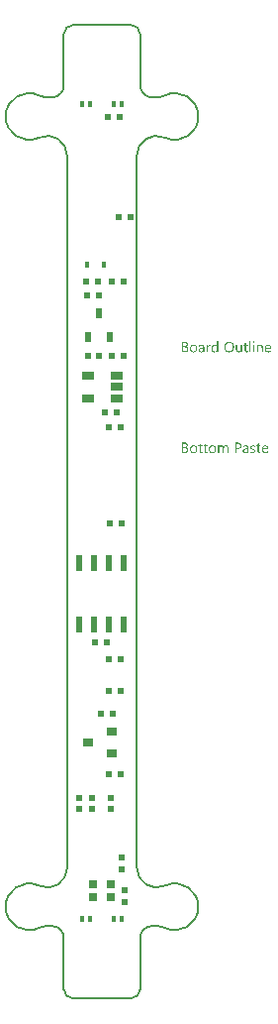
<source format=gbp>
G04*
G04 #@! TF.GenerationSoftware,Altium Limited,Altium Designer,21.8.1 (53)*
G04*
G04 Layer_Color=128*
%FSAX25Y25*%
%MOIN*%
G70*
G04*
G04 #@! TF.SameCoordinates,E3F0FB40-B38B-4DF8-A9CB-3E72E830E8E9*
G04*
G04*
G04 #@! TF.FilePolarity,Positive*
G04*
G01*
G75*
%ADD11C,0.00787*%
%ADD29R,0.01181X0.02165*%
%ADD30R,0.03150X0.02559*%
%ADD32R,0.03543X0.03150*%
%ADD33R,0.02165X0.01968*%
%ADD34R,0.03937X0.02756*%
%ADD35R,0.02362X0.03543*%
%ADD36R,0.01968X0.02165*%
%ADD37R,0.02362X0.05512*%
%ADD38R,0.02165X0.01968*%
%ADD39R,0.01968X0.02165*%
%ADD52R,0.01575X0.02362*%
G36*
X0051178Y0220945D02*
X0051202D01*
X0051258Y0220920D01*
X0051289Y0220901D01*
X0051320Y0220877D01*
X0051326Y0220870D01*
X0051332Y0220864D01*
X0051363Y0220827D01*
X0051388Y0220765D01*
X0051394Y0220728D01*
X0051400Y0220691D01*
Y0220685D01*
Y0220672D01*
X0051394Y0220654D01*
X0051388Y0220629D01*
X0051370Y0220567D01*
X0051345Y0220536D01*
X0051320Y0220505D01*
X0051314D01*
X0051308Y0220493D01*
X0051270Y0220468D01*
X0051215Y0220443D01*
X0051178Y0220437D01*
X0051140Y0220431D01*
X0051122D01*
X0051103Y0220437D01*
X0051078D01*
X0051017Y0220462D01*
X0050986Y0220474D01*
X0050955Y0220499D01*
Y0220505D01*
X0050942Y0220511D01*
X0050930Y0220530D01*
X0050918Y0220548D01*
X0050893Y0220610D01*
X0050887Y0220648D01*
X0050880Y0220691D01*
Y0220697D01*
Y0220709D01*
X0050887Y0220728D01*
X0050893Y0220759D01*
X0050911Y0220815D01*
X0050930Y0220846D01*
X0050955Y0220877D01*
X0050961Y0220883D01*
X0050967Y0220889D01*
X0051004Y0220914D01*
X0051066Y0220938D01*
X0051103Y0220951D01*
X0051159D01*
X0051178Y0220945D01*
D02*
G37*
G36*
X0039187Y0217280D02*
X0038785D01*
Y0217701D01*
X0038773D01*
Y0217695D01*
X0038760Y0217683D01*
X0038742Y0217658D01*
X0038723Y0217627D01*
X0038692Y0217590D01*
X0038655Y0217552D01*
X0038612Y0217509D01*
X0038562Y0217466D01*
X0038507Y0217416D01*
X0038438Y0217373D01*
X0038370Y0217336D01*
X0038290Y0217299D01*
X0038210Y0217268D01*
X0038117Y0217243D01*
X0038018Y0217231D01*
X0037912Y0217224D01*
X0037869D01*
X0037832Y0217231D01*
X0037795Y0217237D01*
X0037745Y0217243D01*
X0037640Y0217268D01*
X0037516Y0217305D01*
X0037392Y0217367D01*
X0037324Y0217404D01*
X0037269Y0217447D01*
X0037207Y0217503D01*
X0037151Y0217559D01*
Y0217565D01*
X0037139Y0217577D01*
X0037126Y0217596D01*
X0037108Y0217621D01*
X0037089Y0217652D01*
X0037064Y0217695D01*
X0037040Y0217744D01*
X0037015Y0217800D01*
X0036984Y0217862D01*
X0036959Y0217930D01*
X0036934Y0218004D01*
X0036916Y0218085D01*
X0036897Y0218172D01*
X0036885Y0218270D01*
X0036879Y0218370D01*
X0036873Y0218475D01*
Y0218481D01*
Y0218499D01*
Y0218537D01*
X0036879Y0218580D01*
X0036885Y0218630D01*
X0036891Y0218691D01*
X0036897Y0218759D01*
X0036910Y0218834D01*
X0036947Y0218995D01*
X0037003Y0219162D01*
X0037040Y0219242D01*
X0037083Y0219323D01*
X0037126Y0219397D01*
X0037182Y0219471D01*
X0037188Y0219478D01*
X0037194Y0219490D01*
X0037213Y0219509D01*
X0037238Y0219533D01*
X0037269Y0219558D01*
X0037312Y0219589D01*
X0037355Y0219626D01*
X0037405Y0219663D01*
X0037529Y0219731D01*
X0037671Y0219793D01*
X0037751Y0219812D01*
X0037838Y0219830D01*
X0037925Y0219843D01*
X0038024Y0219849D01*
X0038073D01*
X0038111Y0219843D01*
X0038148Y0219837D01*
X0038197Y0219830D01*
X0038309Y0219799D01*
X0038432Y0219750D01*
X0038494Y0219719D01*
X0038556Y0219676D01*
X0038618Y0219632D01*
X0038674Y0219577D01*
X0038723Y0219515D01*
X0038773Y0219440D01*
X0038785D01*
Y0221000D01*
X0039187D01*
Y0217280D01*
D02*
G37*
G36*
X0053456Y0219843D02*
X0053530Y0219837D01*
X0053623Y0219818D01*
X0053722Y0219787D01*
X0053827Y0219738D01*
X0053932Y0219670D01*
X0053975Y0219632D01*
X0054019Y0219583D01*
X0054031Y0219570D01*
X0054056Y0219533D01*
X0054087Y0219471D01*
X0054130Y0219385D01*
X0054167Y0219280D01*
X0054204Y0219149D01*
X0054229Y0218995D01*
X0054235Y0218815D01*
Y0217280D01*
X0053833D01*
Y0218710D01*
Y0218716D01*
Y0218747D01*
X0053827Y0218784D01*
Y0218834D01*
X0053815Y0218896D01*
X0053802Y0218964D01*
X0053784Y0219038D01*
X0053759Y0219112D01*
X0053728Y0219187D01*
X0053691Y0219255D01*
X0053641Y0219323D01*
X0053585Y0219385D01*
X0053524Y0219434D01*
X0053443Y0219471D01*
X0053356Y0219502D01*
X0053251Y0219509D01*
X0053239D01*
X0053202Y0219502D01*
X0053146Y0219496D01*
X0053078Y0219478D01*
X0052997Y0219453D01*
X0052911Y0219409D01*
X0052830Y0219354D01*
X0052750Y0219280D01*
X0052744Y0219267D01*
X0052719Y0219242D01*
X0052688Y0219193D01*
X0052651Y0219125D01*
X0052614Y0219044D01*
X0052583Y0218945D01*
X0052558Y0218834D01*
X0052552Y0218710D01*
Y0217280D01*
X0052149D01*
Y0219793D01*
X0052552D01*
Y0219372D01*
X0052564D01*
X0052570Y0219378D01*
X0052577Y0219391D01*
X0052595Y0219416D01*
X0052620Y0219447D01*
X0052645Y0219484D01*
X0052682Y0219521D01*
X0052725Y0219564D01*
X0052775Y0219614D01*
X0052830Y0219657D01*
X0052892Y0219700D01*
X0052960Y0219738D01*
X0053035Y0219775D01*
X0053109Y0219806D01*
X0053196Y0219830D01*
X0053288Y0219843D01*
X0053387Y0219849D01*
X0053425D01*
X0053456Y0219843D01*
D02*
G37*
G36*
X0036458Y0219830D02*
X0036532Y0219824D01*
X0036575Y0219812D01*
X0036606Y0219799D01*
Y0219385D01*
X0036600Y0219391D01*
X0036588Y0219397D01*
X0036563Y0219409D01*
X0036532Y0219428D01*
X0036489Y0219440D01*
X0036433Y0219453D01*
X0036371Y0219459D01*
X0036303Y0219465D01*
X0036291D01*
X0036260Y0219459D01*
X0036210Y0219453D01*
X0036154Y0219434D01*
X0036080Y0219403D01*
X0036012Y0219360D01*
X0035938Y0219298D01*
X0035870Y0219218D01*
X0035864Y0219205D01*
X0035845Y0219174D01*
X0035814Y0219119D01*
X0035783Y0219044D01*
X0035752Y0218951D01*
X0035721Y0218834D01*
X0035703Y0218704D01*
X0035696Y0218555D01*
Y0217280D01*
X0035294D01*
Y0219793D01*
X0035696D01*
Y0219273D01*
X0035709D01*
Y0219280D01*
X0035715Y0219286D01*
X0035727Y0219317D01*
X0035746Y0219366D01*
X0035777Y0219428D01*
X0035808Y0219490D01*
X0035857Y0219558D01*
X0035907Y0219626D01*
X0035969Y0219688D01*
X0035975Y0219694D01*
X0036000Y0219713D01*
X0036037Y0219738D01*
X0036086Y0219762D01*
X0036142Y0219787D01*
X0036210Y0219812D01*
X0036284Y0219830D01*
X0036365Y0219837D01*
X0036421D01*
X0036458Y0219830D01*
D02*
G37*
G36*
X0047197Y0217280D02*
X0046795D01*
Y0217676D01*
X0046783D01*
Y0217670D01*
X0046770Y0217658D01*
X0046758Y0217633D01*
X0046733Y0217608D01*
X0046677Y0217534D01*
X0046591Y0217453D01*
X0046541Y0217410D01*
X0046486Y0217367D01*
X0046424Y0217330D01*
X0046349Y0217292D01*
X0046275Y0217268D01*
X0046195Y0217243D01*
X0046102Y0217231D01*
X0046009Y0217224D01*
X0045972D01*
X0045928Y0217231D01*
X0045867Y0217243D01*
X0045799Y0217255D01*
X0045724Y0217280D01*
X0045644Y0217311D01*
X0045563Y0217361D01*
X0045477Y0217416D01*
X0045396Y0217484D01*
X0045322Y0217571D01*
X0045254Y0217676D01*
X0045192Y0217794D01*
X0045149Y0217936D01*
X0045124Y0218103D01*
X0045111Y0218190D01*
Y0218289D01*
Y0219793D01*
X0045507D01*
Y0218351D01*
Y0218345D01*
Y0218320D01*
X0045514Y0218277D01*
X0045520Y0218227D01*
X0045526Y0218165D01*
X0045538Y0218103D01*
X0045557Y0218029D01*
X0045582Y0217955D01*
X0045619Y0217881D01*
X0045656Y0217812D01*
X0045706Y0217744D01*
X0045768Y0217683D01*
X0045836Y0217633D01*
X0045916Y0217596D01*
X0046015Y0217565D01*
X0046120Y0217559D01*
X0046133D01*
X0046170Y0217565D01*
X0046226Y0217571D01*
X0046288Y0217583D01*
X0046368Y0217614D01*
X0046448Y0217652D01*
X0046529Y0217701D01*
X0046603Y0217775D01*
X0046609Y0217788D01*
X0046634Y0217812D01*
X0046665Y0217862D01*
X0046702Y0217930D01*
X0046733Y0218010D01*
X0046764Y0218110D01*
X0046789Y0218221D01*
X0046795Y0218345D01*
Y0219793D01*
X0047197D01*
Y0217280D01*
D02*
G37*
G36*
X0051332D02*
X0050930D01*
Y0219793D01*
X0051332D01*
Y0217280D01*
D02*
G37*
G36*
X0050113D02*
X0049711D01*
Y0221000D01*
X0050113D01*
Y0217280D01*
D02*
G37*
G36*
X0033734Y0219843D02*
X0033790Y0219837D01*
X0033858Y0219818D01*
X0033932Y0219799D01*
X0034013Y0219769D01*
X0034099Y0219731D01*
X0034180Y0219682D01*
X0034260Y0219620D01*
X0034335Y0219546D01*
X0034403Y0219453D01*
X0034458Y0219348D01*
X0034502Y0219224D01*
X0034527Y0219081D01*
X0034539Y0218914D01*
Y0217280D01*
X0034137D01*
Y0217670D01*
X0034124D01*
Y0217664D01*
X0034112Y0217652D01*
X0034099Y0217627D01*
X0034075Y0217602D01*
X0034013Y0217528D01*
X0033932Y0217447D01*
X0033821Y0217367D01*
X0033691Y0217292D01*
X0033610Y0217268D01*
X0033530Y0217243D01*
X0033443Y0217231D01*
X0033350Y0217224D01*
X0033313D01*
X0033288Y0217231D01*
X0033220Y0217237D01*
X0033140Y0217249D01*
X0033041Y0217274D01*
X0032948Y0217305D01*
X0032849Y0217354D01*
X0032762Y0217416D01*
X0032756Y0217429D01*
X0032731Y0217453D01*
X0032694Y0217497D01*
X0032657Y0217559D01*
X0032620Y0217633D01*
X0032583Y0217720D01*
X0032558Y0217825D01*
X0032552Y0217943D01*
Y0217949D01*
Y0217973D01*
X0032558Y0218010D01*
X0032564Y0218054D01*
X0032577Y0218110D01*
X0032595Y0218172D01*
X0032620Y0218240D01*
X0032657Y0218308D01*
X0032700Y0218382D01*
X0032756Y0218456D01*
X0032824Y0218524D01*
X0032905Y0218586D01*
X0032998Y0218648D01*
X0033109Y0218698D01*
X0033233Y0218735D01*
X0033381Y0218766D01*
X0034137Y0218871D01*
Y0218877D01*
Y0218896D01*
X0034130Y0218933D01*
Y0218970D01*
X0034118Y0219020D01*
X0034112Y0219075D01*
X0034075Y0219193D01*
X0034044Y0219249D01*
X0034013Y0219304D01*
X0033969Y0219360D01*
X0033920Y0219409D01*
X0033858Y0219453D01*
X0033790Y0219484D01*
X0033709Y0219502D01*
X0033617Y0219509D01*
X0033573D01*
X0033542Y0219502D01*
X0033499D01*
X0033456Y0219490D01*
X0033344Y0219471D01*
X0033220Y0219434D01*
X0033084Y0219378D01*
X0033010Y0219341D01*
X0032942Y0219304D01*
X0032868Y0219255D01*
X0032800Y0219199D01*
Y0219614D01*
X0032806D01*
X0032818Y0219626D01*
X0032837Y0219638D01*
X0032868Y0219651D01*
X0032899Y0219670D01*
X0032942Y0219688D01*
X0032991Y0219707D01*
X0033047Y0219731D01*
X0033171Y0219775D01*
X0033319Y0219812D01*
X0033480Y0219837D01*
X0033654Y0219849D01*
X0033691D01*
X0033734Y0219843D01*
D02*
G37*
G36*
X0028045Y0220790D02*
X0028089D01*
X0028132Y0220784D01*
X0028231Y0220771D01*
X0028349Y0220740D01*
X0028473Y0220703D01*
X0028590Y0220648D01*
X0028695Y0220573D01*
X0028702D01*
X0028708Y0220561D01*
X0028739Y0220536D01*
X0028782Y0220486D01*
X0028832Y0220418D01*
X0028875Y0220332D01*
X0028918Y0220233D01*
X0028949Y0220121D01*
X0028962Y0220059D01*
Y0219991D01*
Y0219985D01*
Y0219979D01*
Y0219942D01*
X0028956Y0219886D01*
X0028943Y0219818D01*
X0028925Y0219731D01*
X0028894Y0219645D01*
X0028856Y0219558D01*
X0028801Y0219471D01*
X0028795Y0219459D01*
X0028770Y0219434D01*
X0028733Y0219397D01*
X0028683Y0219348D01*
X0028621Y0219298D01*
X0028547Y0219242D01*
X0028454Y0219199D01*
X0028355Y0219156D01*
Y0219149D01*
X0028374D01*
X0028392Y0219143D01*
X0028411Y0219137D01*
X0028479Y0219125D01*
X0028559Y0219100D01*
X0028646Y0219063D01*
X0028739Y0219020D01*
X0028832Y0218958D01*
X0028918Y0218877D01*
X0028931Y0218865D01*
X0028956Y0218834D01*
X0028986Y0218791D01*
X0029030Y0218722D01*
X0029067Y0218636D01*
X0029104Y0218537D01*
X0029129Y0218419D01*
X0029135Y0218289D01*
Y0218283D01*
Y0218270D01*
Y0218246D01*
X0029129Y0218215D01*
X0029123Y0218178D01*
X0029116Y0218134D01*
X0029092Y0218029D01*
X0029054Y0217912D01*
X0028999Y0217788D01*
X0028962Y0217732D01*
X0028918Y0217670D01*
X0028863Y0217614D01*
X0028807Y0217559D01*
X0028801D01*
X0028795Y0217546D01*
X0028776Y0217534D01*
X0028751Y0217515D01*
X0028720Y0217497D01*
X0028677Y0217472D01*
X0028584Y0217423D01*
X0028466Y0217367D01*
X0028330Y0217323D01*
X0028169Y0217292D01*
X0028089Y0217286D01*
X0027996Y0217280D01*
X0026969D01*
Y0220796D01*
X0028015D01*
X0028045Y0220790D01*
D02*
G37*
G36*
X0048541Y0219793D02*
X0049178D01*
Y0219447D01*
X0048541D01*
Y0218029D01*
Y0218017D01*
Y0217986D01*
X0048547Y0217943D01*
X0048553Y0217887D01*
X0048578Y0217769D01*
X0048596Y0217713D01*
X0048627Y0217670D01*
X0048634Y0217664D01*
X0048646Y0217652D01*
X0048664Y0217639D01*
X0048695Y0217621D01*
X0048733Y0217596D01*
X0048782Y0217583D01*
X0048844Y0217571D01*
X0048912Y0217565D01*
X0048937D01*
X0048968Y0217571D01*
X0049005Y0217577D01*
X0049092Y0217602D01*
X0049135Y0217621D01*
X0049178Y0217645D01*
Y0217299D01*
X0049172D01*
X0049153Y0217286D01*
X0049123Y0217280D01*
X0049079Y0217268D01*
X0049024Y0217255D01*
X0048961Y0217243D01*
X0048887Y0217237D01*
X0048801Y0217231D01*
X0048770D01*
X0048739Y0217237D01*
X0048695Y0217243D01*
X0048646Y0217255D01*
X0048590Y0217268D01*
X0048534Y0217292D01*
X0048472Y0217323D01*
X0048411Y0217361D01*
X0048349Y0217410D01*
X0048293Y0217466D01*
X0048243Y0217540D01*
X0048200Y0217621D01*
X0048169Y0217720D01*
X0048145Y0217831D01*
X0048138Y0217961D01*
Y0219447D01*
X0047711D01*
Y0219793D01*
X0048138D01*
Y0220406D01*
X0048541Y0220536D01*
Y0219793D01*
D02*
G37*
G36*
X0056068Y0219843D02*
X0056111Y0219837D01*
X0056154Y0219830D01*
X0056266Y0219812D01*
X0056389Y0219769D01*
X0056513Y0219713D01*
X0056575Y0219676D01*
X0056637Y0219632D01*
X0056693Y0219583D01*
X0056749Y0219527D01*
X0056755Y0219521D01*
X0056761Y0219515D01*
X0056773Y0219496D01*
X0056792Y0219471D01*
X0056810Y0219434D01*
X0056835Y0219397D01*
X0056860Y0219354D01*
X0056885Y0219298D01*
X0056910Y0219236D01*
X0056934Y0219174D01*
X0056959Y0219100D01*
X0056978Y0219020D01*
X0056996Y0218933D01*
X0057009Y0218846D01*
X0057021Y0218747D01*
Y0218642D01*
Y0218431D01*
X0055244D01*
Y0218425D01*
Y0218413D01*
Y0218394D01*
X0055251Y0218363D01*
X0055257Y0218326D01*
Y0218289D01*
X0055275Y0218190D01*
X0055306Y0218091D01*
X0055343Y0217980D01*
X0055399Y0217874D01*
X0055467Y0217781D01*
X0055480Y0217769D01*
X0055504Y0217744D01*
X0055554Y0217713D01*
X0055622Y0217670D01*
X0055709Y0217627D01*
X0055808Y0217596D01*
X0055925Y0217571D01*
X0056062Y0217559D01*
X0056105D01*
X0056136Y0217565D01*
X0056173D01*
X0056216Y0217571D01*
X0056322Y0217596D01*
X0056439Y0217627D01*
X0056569Y0217676D01*
X0056705Y0217744D01*
X0056773Y0217788D01*
X0056841Y0217837D01*
Y0217460D01*
X0056835D01*
X0056829Y0217447D01*
X0056810Y0217441D01*
X0056779Y0217423D01*
X0056749Y0217404D01*
X0056711Y0217385D01*
X0056662Y0217367D01*
X0056612Y0217342D01*
X0056551Y0217317D01*
X0056482Y0217299D01*
X0056334Y0217262D01*
X0056160Y0217237D01*
X0055969Y0217224D01*
X0055919D01*
X0055882Y0217231D01*
X0055839Y0217237D01*
X0055783Y0217243D01*
X0055665Y0217268D01*
X0055529Y0217305D01*
X0055393Y0217367D01*
X0055325Y0217410D01*
X0055257Y0217453D01*
X0055195Y0217503D01*
X0055133Y0217565D01*
X0055127Y0217571D01*
X0055121Y0217583D01*
X0055108Y0217602D01*
X0055084Y0217627D01*
X0055065Y0217664D01*
X0055040Y0217707D01*
X0055009Y0217757D01*
X0054984Y0217812D01*
X0054953Y0217874D01*
X0054929Y0217949D01*
X0054898Y0218029D01*
X0054879Y0218116D01*
X0054861Y0218209D01*
X0054842Y0218308D01*
X0054836Y0218413D01*
X0054830Y0218524D01*
Y0218531D01*
Y0218549D01*
Y0218580D01*
X0054836Y0218623D01*
X0054842Y0218673D01*
X0054848Y0218729D01*
X0054854Y0218797D01*
X0054873Y0218865D01*
X0054910Y0219013D01*
X0054966Y0219174D01*
X0055003Y0219255D01*
X0055053Y0219329D01*
X0055102Y0219409D01*
X0055158Y0219478D01*
X0055164Y0219484D01*
X0055176Y0219496D01*
X0055195Y0219515D01*
X0055220Y0219533D01*
X0055251Y0219564D01*
X0055288Y0219595D01*
X0055337Y0219626D01*
X0055387Y0219663D01*
X0055504Y0219731D01*
X0055647Y0219793D01*
X0055727Y0219812D01*
X0055808Y0219830D01*
X0055894Y0219843D01*
X0055987Y0219849D01*
X0056037D01*
X0056068Y0219843D01*
D02*
G37*
G36*
X0043025Y0220852D02*
X0043087Y0220846D01*
X0043161Y0220833D01*
X0043242Y0220815D01*
X0043329Y0220796D01*
X0043415Y0220771D01*
X0043514Y0220740D01*
X0043607Y0220697D01*
X0043706Y0220648D01*
X0043805Y0220592D01*
X0043898Y0220524D01*
X0043991Y0220449D01*
X0044078Y0220363D01*
X0044084Y0220357D01*
X0044096Y0220338D01*
X0044121Y0220313D01*
X0044146Y0220276D01*
X0044183Y0220227D01*
X0044220Y0220165D01*
X0044257Y0220097D01*
X0044300Y0220022D01*
X0044344Y0219929D01*
X0044381Y0219837D01*
X0044418Y0219731D01*
X0044455Y0219614D01*
X0044480Y0219496D01*
X0044505Y0219366D01*
X0044517Y0219224D01*
X0044523Y0219081D01*
Y0219069D01*
Y0219044D01*
Y0219001D01*
X0044517Y0218939D01*
X0044511Y0218865D01*
X0044499Y0218784D01*
X0044486Y0218691D01*
X0044468Y0218586D01*
X0044443Y0218481D01*
X0044412Y0218370D01*
X0044375Y0218258D01*
X0044331Y0218147D01*
X0044276Y0218029D01*
X0044214Y0217924D01*
X0044146Y0217819D01*
X0044065Y0217720D01*
X0044059Y0217713D01*
X0044047Y0217701D01*
X0044016Y0217676D01*
X0043985Y0217645D01*
X0043935Y0217602D01*
X0043880Y0217565D01*
X0043818Y0217515D01*
X0043743Y0217472D01*
X0043663Y0217429D01*
X0043570Y0217379D01*
X0043471Y0217342D01*
X0043360Y0217305D01*
X0043242Y0217268D01*
X0043118Y0217243D01*
X0042988Y0217231D01*
X0042846Y0217224D01*
X0042815D01*
X0042772Y0217231D01*
X0042722D01*
X0042660Y0217237D01*
X0042586Y0217249D01*
X0042505Y0217268D01*
X0042412Y0217286D01*
X0042320Y0217311D01*
X0042221Y0217342D01*
X0042122Y0217385D01*
X0042023Y0217429D01*
X0041923Y0217484D01*
X0041824Y0217552D01*
X0041732Y0217627D01*
X0041645Y0217713D01*
X0041639Y0217720D01*
X0041626Y0217738D01*
X0041602Y0217763D01*
X0041577Y0217800D01*
X0041540Y0217850D01*
X0041503Y0217912D01*
X0041465Y0217980D01*
X0041422Y0218060D01*
X0041379Y0218147D01*
X0041342Y0218240D01*
X0041304Y0218345D01*
X0041267Y0218462D01*
X0041243Y0218580D01*
X0041218Y0218710D01*
X0041205Y0218852D01*
X0041199Y0218995D01*
Y0219007D01*
Y0219032D01*
X0041205Y0219075D01*
Y0219137D01*
X0041212Y0219205D01*
X0041224Y0219292D01*
X0041236Y0219385D01*
X0041255Y0219484D01*
X0041280Y0219589D01*
X0041311Y0219700D01*
X0041348Y0219812D01*
X0041391Y0219923D01*
X0041447Y0220035D01*
X0041509Y0220146D01*
X0041577Y0220251D01*
X0041657Y0220350D01*
X0041664Y0220357D01*
X0041676Y0220375D01*
X0041707Y0220400D01*
X0041744Y0220431D01*
X0041787Y0220468D01*
X0041843Y0220511D01*
X0041911Y0220555D01*
X0041985Y0220604D01*
X0042072Y0220654D01*
X0042165Y0220697D01*
X0042264Y0220740D01*
X0042375Y0220778D01*
X0042499Y0220808D01*
X0042629Y0220839D01*
X0042765Y0220852D01*
X0042908Y0220858D01*
X0042976D01*
X0043025Y0220852D01*
D02*
G37*
G36*
X0030998Y0219843D02*
X0031041Y0219837D01*
X0031097Y0219830D01*
X0031221Y0219806D01*
X0031363Y0219762D01*
X0031506Y0219700D01*
X0031580Y0219663D01*
X0031648Y0219620D01*
X0031716Y0219564D01*
X0031778Y0219502D01*
X0031784Y0219496D01*
X0031791Y0219484D01*
X0031809Y0219465D01*
X0031828Y0219440D01*
X0031852Y0219403D01*
X0031877Y0219360D01*
X0031908Y0219310D01*
X0031939Y0219255D01*
X0031964Y0219187D01*
X0031995Y0219119D01*
X0032019Y0219038D01*
X0032044Y0218951D01*
X0032063Y0218859D01*
X0032081Y0218759D01*
X0032088Y0218654D01*
X0032094Y0218543D01*
Y0218537D01*
Y0218518D01*
Y0218487D01*
X0032088Y0218444D01*
X0032081Y0218394D01*
X0032075Y0218332D01*
X0032063Y0218270D01*
X0032050Y0218196D01*
X0032013Y0218048D01*
X0031951Y0217887D01*
X0031914Y0217806D01*
X0031865Y0217726D01*
X0031815Y0217652D01*
X0031753Y0217583D01*
X0031747Y0217577D01*
X0031735Y0217571D01*
X0031716Y0217552D01*
X0031691Y0217528D01*
X0031654Y0217503D01*
X0031617Y0217472D01*
X0031568Y0217435D01*
X0031512Y0217404D01*
X0031450Y0217373D01*
X0031382Y0217336D01*
X0031308Y0217305D01*
X0031227Y0217280D01*
X0031141Y0217255D01*
X0031048Y0217243D01*
X0030949Y0217231D01*
X0030843Y0217224D01*
X0030788D01*
X0030751Y0217231D01*
X0030707Y0217237D01*
X0030652Y0217243D01*
X0030590Y0217255D01*
X0030522Y0217268D01*
X0030379Y0217311D01*
X0030231Y0217373D01*
X0030156Y0217410D01*
X0030088Y0217460D01*
X0030020Y0217509D01*
X0029952Y0217571D01*
X0029946Y0217577D01*
X0029940Y0217590D01*
X0029921Y0217608D01*
X0029902Y0217633D01*
X0029878Y0217670D01*
X0029847Y0217713D01*
X0029816Y0217763D01*
X0029791Y0217819D01*
X0029760Y0217887D01*
X0029729Y0217955D01*
X0029698Y0218029D01*
X0029673Y0218116D01*
X0029636Y0218302D01*
X0029630Y0218401D01*
X0029624Y0218506D01*
Y0218512D01*
Y0218537D01*
Y0218568D01*
X0029630Y0218611D01*
X0029636Y0218660D01*
X0029643Y0218722D01*
X0029655Y0218791D01*
X0029667Y0218865D01*
X0029704Y0219026D01*
X0029766Y0219187D01*
X0029810Y0219267D01*
X0029853Y0219348D01*
X0029902Y0219422D01*
X0029964Y0219490D01*
X0029971Y0219496D01*
X0029983Y0219509D01*
X0030002Y0219521D01*
X0030026Y0219546D01*
X0030064Y0219570D01*
X0030107Y0219601D01*
X0030156Y0219638D01*
X0030212Y0219670D01*
X0030274Y0219700D01*
X0030348Y0219738D01*
X0030422Y0219769D01*
X0030509Y0219793D01*
X0030596Y0219818D01*
X0030695Y0219837D01*
X0030800Y0219843D01*
X0030905Y0219849D01*
X0030961D01*
X0030998Y0219843D01*
D02*
G37*
G36*
X0051097Y0185985D02*
X0051178Y0185978D01*
X0051264Y0185966D01*
X0051363Y0185941D01*
X0051462Y0185916D01*
X0051561Y0185879D01*
Y0185471D01*
X0051549Y0185477D01*
X0051512Y0185502D01*
X0051456Y0185526D01*
X0051382Y0185564D01*
X0051289Y0185594D01*
X0051178Y0185626D01*
X0051054Y0185644D01*
X0050924Y0185650D01*
X0050856D01*
X0050794Y0185638D01*
X0050719Y0185626D01*
X0050713D01*
X0050707Y0185619D01*
X0050670Y0185607D01*
X0050621Y0185582D01*
X0050565Y0185551D01*
X0050552Y0185545D01*
X0050528Y0185520D01*
X0050497Y0185483D01*
X0050466Y0185440D01*
X0050459Y0185427D01*
X0050447Y0185397D01*
X0050435Y0185353D01*
X0050429Y0185297D01*
Y0185291D01*
Y0185279D01*
Y0185260D01*
X0050435Y0185242D01*
X0050447Y0185186D01*
X0050466Y0185130D01*
X0050472Y0185118D01*
X0050490Y0185093D01*
X0050528Y0185056D01*
X0050571Y0185013D01*
X0050577D01*
X0050583Y0185006D01*
X0050621Y0184982D01*
X0050670Y0184951D01*
X0050738Y0184920D01*
X0050744D01*
X0050757Y0184914D01*
X0050775Y0184907D01*
X0050806Y0184895D01*
X0050874Y0184870D01*
X0050961Y0184833D01*
X0050967D01*
X0050992Y0184821D01*
X0051023Y0184808D01*
X0051060Y0184796D01*
X0051159Y0184753D01*
X0051258Y0184703D01*
X0051264D01*
X0051283Y0184691D01*
X0051308Y0184678D01*
X0051338Y0184660D01*
X0051413Y0184610D01*
X0051487Y0184548D01*
X0051493Y0184542D01*
X0051506Y0184536D01*
X0051518Y0184518D01*
X0051543Y0184493D01*
X0051586Y0184431D01*
X0051629Y0184350D01*
Y0184344D01*
X0051636Y0184332D01*
X0051648Y0184307D01*
X0051654Y0184276D01*
X0051667Y0184239D01*
X0051673Y0184196D01*
X0051679Y0184090D01*
Y0184084D01*
Y0184059D01*
X0051673Y0184022D01*
X0051667Y0183979D01*
X0051660Y0183929D01*
X0051642Y0183874D01*
X0051623Y0183824D01*
X0051592Y0183768D01*
X0051586Y0183762D01*
X0051580Y0183744D01*
X0051561Y0183719D01*
X0051537Y0183688D01*
X0051506Y0183651D01*
X0051468Y0183614D01*
X0051376Y0183539D01*
X0051370Y0183533D01*
X0051351Y0183527D01*
X0051326Y0183509D01*
X0051283Y0183490D01*
X0051240Y0183465D01*
X0051184Y0183447D01*
X0051128Y0183428D01*
X0051060Y0183410D01*
X0051054D01*
X0051029Y0183403D01*
X0050992Y0183397D01*
X0050949Y0183391D01*
X0050887Y0183379D01*
X0050825Y0183372D01*
X0050682Y0183366D01*
X0050621D01*
X0050546Y0183372D01*
X0050453Y0183385D01*
X0050348Y0183403D01*
X0050237Y0183428D01*
X0050125Y0183459D01*
X0050014Y0183509D01*
Y0183942D01*
X0050020D01*
X0050026Y0183929D01*
X0050045Y0183917D01*
X0050070Y0183905D01*
X0050138Y0183868D01*
X0050230Y0183824D01*
X0050336Y0183775D01*
X0050459Y0183738D01*
X0050596Y0183713D01*
X0050738Y0183700D01*
X0050788D01*
X0050819Y0183707D01*
X0050905Y0183719D01*
X0051004Y0183744D01*
X0051097Y0183787D01*
X0051140Y0183818D01*
X0051184Y0183849D01*
X0051215Y0183892D01*
X0051240Y0183936D01*
X0051258Y0183991D01*
X0051264Y0184053D01*
Y0184059D01*
Y0184072D01*
Y0184090D01*
X0051258Y0184109D01*
X0051246Y0184165D01*
X0051221Y0184220D01*
Y0184227D01*
X0051215Y0184233D01*
X0051190Y0184264D01*
X0051153Y0184307D01*
X0051097Y0184344D01*
X0051091D01*
X0051085Y0184356D01*
X0051048Y0184375D01*
X0050992Y0184412D01*
X0050918Y0184443D01*
X0050911D01*
X0050899Y0184449D01*
X0050880Y0184462D01*
X0050849Y0184474D01*
X0050781Y0184499D01*
X0050695Y0184536D01*
X0050689D01*
X0050664Y0184548D01*
X0050633Y0184561D01*
X0050596Y0184573D01*
X0050497Y0184616D01*
X0050398Y0184666D01*
X0050391Y0184672D01*
X0050379Y0184678D01*
X0050354Y0184691D01*
X0050323Y0184709D01*
X0050255Y0184759D01*
X0050187Y0184815D01*
X0050181Y0184821D01*
X0050175Y0184827D01*
X0050156Y0184846D01*
X0050138Y0184870D01*
X0050094Y0184932D01*
X0050057Y0185006D01*
Y0185013D01*
X0050051Y0185025D01*
X0050045Y0185050D01*
X0050039Y0185081D01*
X0050032Y0185118D01*
X0050026Y0185161D01*
X0050020Y0185266D01*
Y0185273D01*
Y0185297D01*
X0050026Y0185328D01*
X0050032Y0185372D01*
X0050039Y0185421D01*
X0050057Y0185471D01*
X0050076Y0185526D01*
X0050100Y0185576D01*
X0050107Y0185582D01*
X0050113Y0185601D01*
X0050131Y0185626D01*
X0050156Y0185656D01*
X0050224Y0185731D01*
X0050311Y0185805D01*
X0050317Y0185811D01*
X0050336Y0185817D01*
X0050361Y0185836D01*
X0050404Y0185854D01*
X0050447Y0185879D01*
X0050497Y0185904D01*
X0050621Y0185941D01*
X0050627D01*
X0050651Y0185947D01*
X0050682Y0185960D01*
X0050732Y0185966D01*
X0050781Y0185978D01*
X0050843Y0185985D01*
X0050980Y0185991D01*
X0051035D01*
X0051097Y0185985D01*
D02*
G37*
G36*
X0041905D02*
X0041961Y0185972D01*
X0042023Y0185960D01*
X0042091Y0185935D01*
X0042171Y0185904D01*
X0042245Y0185861D01*
X0042326Y0185811D01*
X0042400Y0185743D01*
X0042468Y0185656D01*
X0042530Y0185557D01*
X0042586Y0185446D01*
X0042623Y0185304D01*
X0042654Y0185149D01*
X0042660Y0184969D01*
Y0183422D01*
X0042258D01*
Y0184864D01*
Y0184870D01*
Y0184883D01*
Y0184901D01*
Y0184932D01*
X0042252Y0185006D01*
X0042239Y0185093D01*
X0042227Y0185192D01*
X0042202Y0185291D01*
X0042171Y0185384D01*
X0042128Y0185465D01*
X0042122Y0185471D01*
X0042103Y0185495D01*
X0042072Y0185526D01*
X0042023Y0185557D01*
X0041967Y0185594D01*
X0041893Y0185619D01*
X0041800Y0185644D01*
X0041695Y0185650D01*
X0041682D01*
X0041651Y0185644D01*
X0041602Y0185638D01*
X0041540Y0185619D01*
X0041472Y0185594D01*
X0041397Y0185551D01*
X0041323Y0185495D01*
X0041255Y0185415D01*
X0041249Y0185403D01*
X0041230Y0185372D01*
X0041199Y0185322D01*
X0041168Y0185254D01*
X0041131Y0185174D01*
X0041106Y0185081D01*
X0041082Y0184969D01*
X0041076Y0184852D01*
Y0183422D01*
X0040673D01*
Y0184914D01*
Y0184920D01*
Y0184945D01*
X0040667Y0184982D01*
Y0185031D01*
X0040655Y0185087D01*
X0040642Y0185149D01*
X0040624Y0185211D01*
X0040605Y0185285D01*
X0040574Y0185353D01*
X0040537Y0185415D01*
X0040487Y0185477D01*
X0040432Y0185533D01*
X0040370Y0185582D01*
X0040289Y0185619D01*
X0040203Y0185644D01*
X0040104Y0185650D01*
X0040091D01*
X0040060Y0185644D01*
X0040011Y0185638D01*
X0039949Y0185626D01*
X0039881Y0185594D01*
X0039807Y0185557D01*
X0039732Y0185502D01*
X0039664Y0185427D01*
X0039658Y0185415D01*
X0039639Y0185390D01*
X0039608Y0185341D01*
X0039577Y0185273D01*
X0039547Y0185192D01*
X0039516Y0185093D01*
X0039497Y0184982D01*
X0039491Y0184852D01*
Y0183422D01*
X0039088D01*
Y0185935D01*
X0039491D01*
Y0185533D01*
X0039503D01*
X0039509Y0185539D01*
X0039516Y0185551D01*
X0039534Y0185576D01*
X0039553Y0185607D01*
X0039615Y0185675D01*
X0039701Y0185762D01*
X0039813Y0185848D01*
X0039943Y0185916D01*
X0040023Y0185947D01*
X0040104Y0185972D01*
X0040190Y0185985D01*
X0040283Y0185991D01*
X0040326D01*
X0040376Y0185985D01*
X0040438Y0185972D01*
X0040506Y0185954D01*
X0040580Y0185929D01*
X0040655Y0185898D01*
X0040729Y0185848D01*
X0040735Y0185842D01*
X0040760Y0185824D01*
X0040791Y0185793D01*
X0040834Y0185749D01*
X0040877Y0185694D01*
X0040921Y0185632D01*
X0040964Y0185557D01*
X0040995Y0185471D01*
X0041001Y0185477D01*
X0041007Y0185495D01*
X0041026Y0185520D01*
X0041045Y0185551D01*
X0041076Y0185594D01*
X0041113Y0185638D01*
X0041156Y0185681D01*
X0041205Y0185731D01*
X0041261Y0185780D01*
X0041323Y0185824D01*
X0041391Y0185873D01*
X0041465Y0185910D01*
X0041546Y0185941D01*
X0041633Y0185966D01*
X0041732Y0185985D01*
X0041831Y0185991D01*
X0041868D01*
X0041905Y0185985D01*
D02*
G37*
G36*
X0048603D02*
X0048658Y0185978D01*
X0048726Y0185960D01*
X0048801Y0185941D01*
X0048881Y0185910D01*
X0048968Y0185873D01*
X0049048Y0185824D01*
X0049129Y0185762D01*
X0049203Y0185687D01*
X0049271Y0185594D01*
X0049327Y0185489D01*
X0049370Y0185365D01*
X0049395Y0185223D01*
X0049407Y0185056D01*
Y0183422D01*
X0049005D01*
Y0183812D01*
X0048992D01*
Y0183806D01*
X0048980Y0183793D01*
X0048968Y0183768D01*
X0048943Y0183744D01*
X0048881Y0183669D01*
X0048801Y0183589D01*
X0048689Y0183509D01*
X0048559Y0183434D01*
X0048479Y0183410D01*
X0048398Y0183385D01*
X0048312Y0183372D01*
X0048219Y0183366D01*
X0048182D01*
X0048157Y0183372D01*
X0048089Y0183379D01*
X0048008Y0183391D01*
X0047909Y0183416D01*
X0047816Y0183447D01*
X0047717Y0183496D01*
X0047631Y0183558D01*
X0047624Y0183570D01*
X0047600Y0183595D01*
X0047563Y0183639D01*
X0047526Y0183700D01*
X0047488Y0183775D01*
X0047451Y0183861D01*
X0047426Y0183967D01*
X0047420Y0184084D01*
Y0184090D01*
Y0184115D01*
X0047426Y0184152D01*
X0047433Y0184196D01*
X0047445Y0184251D01*
X0047464Y0184313D01*
X0047488Y0184381D01*
X0047526Y0184449D01*
X0047569Y0184524D01*
X0047624Y0184598D01*
X0047693Y0184666D01*
X0047773Y0184728D01*
X0047866Y0184790D01*
X0047977Y0184839D01*
X0048101Y0184877D01*
X0048250Y0184907D01*
X0049005Y0185013D01*
Y0185019D01*
Y0185037D01*
X0048999Y0185075D01*
Y0185112D01*
X0048986Y0185161D01*
X0048980Y0185217D01*
X0048943Y0185335D01*
X0048912Y0185390D01*
X0048881Y0185446D01*
X0048838Y0185502D01*
X0048788Y0185551D01*
X0048726Y0185594D01*
X0048658Y0185626D01*
X0048578Y0185644D01*
X0048485Y0185650D01*
X0048442D01*
X0048411Y0185644D01*
X0048367D01*
X0048324Y0185632D01*
X0048213Y0185613D01*
X0048089Y0185576D01*
X0047953Y0185520D01*
X0047878Y0185483D01*
X0047810Y0185446D01*
X0047736Y0185397D01*
X0047668Y0185341D01*
Y0185756D01*
X0047674D01*
X0047686Y0185768D01*
X0047705Y0185780D01*
X0047736Y0185793D01*
X0047767Y0185811D01*
X0047810Y0185830D01*
X0047860Y0185848D01*
X0047915Y0185873D01*
X0048039Y0185916D01*
X0048188Y0185954D01*
X0048349Y0185978D01*
X0048522Y0185991D01*
X0048559D01*
X0048603Y0185985D01*
D02*
G37*
G36*
X0045904Y0186932D02*
X0045953D01*
X0046003Y0186925D01*
X0046133Y0186901D01*
X0046269Y0186870D01*
X0046417Y0186820D01*
X0046560Y0186752D01*
X0046622Y0186709D01*
X0046684Y0186659D01*
X0046690D01*
X0046696Y0186647D01*
X0046715Y0186628D01*
X0046733Y0186610D01*
X0046783Y0186548D01*
X0046845Y0186461D01*
X0046900Y0186350D01*
X0046950Y0186220D01*
X0046987Y0186065D01*
X0046993Y0185978D01*
X0046999Y0185886D01*
Y0185879D01*
Y0185861D01*
Y0185836D01*
X0046993Y0185805D01*
X0046987Y0185762D01*
X0046981Y0185712D01*
X0046956Y0185594D01*
X0046913Y0185465D01*
X0046851Y0185328D01*
X0046814Y0185260D01*
X0046770Y0185192D01*
X0046715Y0185124D01*
X0046653Y0185062D01*
X0046646Y0185056D01*
X0046634Y0185050D01*
X0046615Y0185031D01*
X0046591Y0185013D01*
X0046554Y0184988D01*
X0046510Y0184963D01*
X0046461Y0184932D01*
X0046405Y0184907D01*
X0046343Y0184877D01*
X0046275Y0184846D01*
X0046195Y0184821D01*
X0046114Y0184796D01*
X0045928Y0184759D01*
X0045829Y0184753D01*
X0045724Y0184747D01*
X0045260D01*
Y0183422D01*
X0044845D01*
Y0186938D01*
X0045867D01*
X0045904Y0186932D01*
D02*
G37*
G36*
X0028045D02*
X0028089D01*
X0028132Y0186925D01*
X0028231Y0186913D01*
X0028349Y0186882D01*
X0028473Y0186845D01*
X0028590Y0186789D01*
X0028695Y0186715D01*
X0028702D01*
X0028708Y0186703D01*
X0028739Y0186678D01*
X0028782Y0186628D01*
X0028832Y0186560D01*
X0028875Y0186474D01*
X0028918Y0186374D01*
X0028949Y0186263D01*
X0028962Y0186201D01*
Y0186133D01*
Y0186127D01*
Y0186121D01*
Y0186083D01*
X0028956Y0186028D01*
X0028943Y0185960D01*
X0028925Y0185873D01*
X0028894Y0185786D01*
X0028856Y0185700D01*
X0028801Y0185613D01*
X0028795Y0185601D01*
X0028770Y0185576D01*
X0028733Y0185539D01*
X0028683Y0185489D01*
X0028621Y0185440D01*
X0028547Y0185384D01*
X0028454Y0185341D01*
X0028355Y0185297D01*
Y0185291D01*
X0028374D01*
X0028392Y0185285D01*
X0028411Y0185279D01*
X0028479Y0185266D01*
X0028559Y0185242D01*
X0028646Y0185205D01*
X0028739Y0185161D01*
X0028832Y0185099D01*
X0028918Y0185019D01*
X0028931Y0185006D01*
X0028956Y0184976D01*
X0028986Y0184932D01*
X0029030Y0184864D01*
X0029067Y0184777D01*
X0029104Y0184678D01*
X0029129Y0184561D01*
X0029135Y0184431D01*
Y0184425D01*
Y0184412D01*
Y0184388D01*
X0029129Y0184356D01*
X0029123Y0184319D01*
X0029116Y0184276D01*
X0029092Y0184171D01*
X0029054Y0184053D01*
X0028999Y0183929D01*
X0028962Y0183874D01*
X0028918Y0183812D01*
X0028863Y0183756D01*
X0028807Y0183700D01*
X0028801D01*
X0028795Y0183688D01*
X0028776Y0183676D01*
X0028751Y0183657D01*
X0028720Y0183639D01*
X0028677Y0183614D01*
X0028584Y0183564D01*
X0028466Y0183509D01*
X0028330Y0183465D01*
X0028169Y0183434D01*
X0028089Y0183428D01*
X0027996Y0183422D01*
X0026969D01*
Y0186938D01*
X0028015D01*
X0028045Y0186932D01*
D02*
G37*
G36*
X0052830Y0185935D02*
X0053468D01*
Y0185588D01*
X0052830D01*
Y0184171D01*
Y0184159D01*
Y0184127D01*
X0052837Y0184084D01*
X0052843Y0184028D01*
X0052867Y0183911D01*
X0052886Y0183855D01*
X0052917Y0183812D01*
X0052923Y0183806D01*
X0052935Y0183793D01*
X0052954Y0183781D01*
X0052985Y0183762D01*
X0053022Y0183738D01*
X0053072Y0183725D01*
X0053134Y0183713D01*
X0053202Y0183707D01*
X0053227D01*
X0053257Y0183713D01*
X0053295Y0183719D01*
X0053381Y0183744D01*
X0053425Y0183762D01*
X0053468Y0183787D01*
Y0183440D01*
X0053462D01*
X0053443Y0183428D01*
X0053412Y0183422D01*
X0053369Y0183410D01*
X0053313Y0183397D01*
X0053251Y0183385D01*
X0053177Y0183379D01*
X0053090Y0183372D01*
X0053059D01*
X0053028Y0183379D01*
X0052985Y0183385D01*
X0052935Y0183397D01*
X0052880Y0183410D01*
X0052824Y0183434D01*
X0052762Y0183465D01*
X0052700Y0183502D01*
X0052638Y0183552D01*
X0052583Y0183607D01*
X0052533Y0183682D01*
X0052490Y0183762D01*
X0052459Y0183861D01*
X0052434Y0183973D01*
X0052428Y0184103D01*
Y0185588D01*
X0052001D01*
Y0185935D01*
X0052428D01*
Y0186548D01*
X0052830Y0186678D01*
Y0185935D01*
D02*
G37*
G36*
X0034972D02*
X0035610D01*
Y0185588D01*
X0034972D01*
Y0184171D01*
Y0184159D01*
Y0184127D01*
X0034978Y0184084D01*
X0034984Y0184028D01*
X0035009Y0183911D01*
X0035028Y0183855D01*
X0035059Y0183812D01*
X0035065Y0183806D01*
X0035077Y0183793D01*
X0035096Y0183781D01*
X0035127Y0183762D01*
X0035164Y0183738D01*
X0035214Y0183725D01*
X0035276Y0183713D01*
X0035344Y0183707D01*
X0035368D01*
X0035399Y0183713D01*
X0035436Y0183719D01*
X0035523Y0183744D01*
X0035566Y0183762D01*
X0035610Y0183787D01*
Y0183440D01*
X0035603D01*
X0035585Y0183428D01*
X0035554Y0183422D01*
X0035511Y0183410D01*
X0035455Y0183397D01*
X0035393Y0183385D01*
X0035319Y0183379D01*
X0035232Y0183372D01*
X0035201D01*
X0035170Y0183379D01*
X0035127Y0183385D01*
X0035077Y0183397D01*
X0035022Y0183410D01*
X0034966Y0183434D01*
X0034904Y0183465D01*
X0034842Y0183502D01*
X0034780Y0183552D01*
X0034725Y0183607D01*
X0034675Y0183682D01*
X0034632Y0183762D01*
X0034601Y0183861D01*
X0034576Y0183973D01*
X0034570Y0184103D01*
Y0185588D01*
X0034143D01*
Y0185935D01*
X0034570D01*
Y0186548D01*
X0034972Y0186678D01*
Y0185935D01*
D02*
G37*
G36*
X0033270D02*
X0033907D01*
Y0185588D01*
X0033270D01*
Y0184171D01*
Y0184159D01*
Y0184127D01*
X0033276Y0184084D01*
X0033282Y0184028D01*
X0033307Y0183911D01*
X0033326Y0183855D01*
X0033357Y0183812D01*
X0033363Y0183806D01*
X0033375Y0183793D01*
X0033394Y0183781D01*
X0033425Y0183762D01*
X0033462Y0183738D01*
X0033511Y0183725D01*
X0033573Y0183713D01*
X0033641Y0183707D01*
X0033666D01*
X0033697Y0183713D01*
X0033734Y0183719D01*
X0033821Y0183744D01*
X0033864Y0183762D01*
X0033907Y0183787D01*
Y0183440D01*
X0033901D01*
X0033883Y0183428D01*
X0033852Y0183422D01*
X0033808Y0183410D01*
X0033753Y0183397D01*
X0033691Y0183385D01*
X0033617Y0183379D01*
X0033530Y0183372D01*
X0033499D01*
X0033468Y0183379D01*
X0033425Y0183385D01*
X0033375Y0183397D01*
X0033319Y0183410D01*
X0033264Y0183434D01*
X0033202Y0183465D01*
X0033140Y0183502D01*
X0033078Y0183552D01*
X0033022Y0183607D01*
X0032973Y0183682D01*
X0032930Y0183762D01*
X0032899Y0183861D01*
X0032874Y0183973D01*
X0032868Y0184103D01*
Y0185588D01*
X0032440D01*
Y0185935D01*
X0032868D01*
Y0186548D01*
X0033270Y0186678D01*
Y0185935D01*
D02*
G37*
G36*
X0055071Y0185985D02*
X0055114Y0185978D01*
X0055158Y0185972D01*
X0055269Y0185954D01*
X0055393Y0185910D01*
X0055517Y0185854D01*
X0055579Y0185817D01*
X0055641Y0185774D01*
X0055696Y0185724D01*
X0055752Y0185669D01*
X0055758Y0185663D01*
X0055764Y0185656D01*
X0055777Y0185638D01*
X0055795Y0185613D01*
X0055814Y0185576D01*
X0055839Y0185539D01*
X0055863Y0185495D01*
X0055888Y0185440D01*
X0055913Y0185378D01*
X0055938Y0185316D01*
X0055962Y0185242D01*
X0055981Y0185161D01*
X0056000Y0185075D01*
X0056012Y0184988D01*
X0056024Y0184889D01*
Y0184784D01*
Y0184573D01*
X0054248D01*
Y0184567D01*
Y0184555D01*
Y0184536D01*
X0054254Y0184505D01*
X0054260Y0184468D01*
Y0184431D01*
X0054279Y0184332D01*
X0054310Y0184233D01*
X0054347Y0184121D01*
X0054403Y0184016D01*
X0054471Y0183923D01*
X0054483Y0183911D01*
X0054508Y0183886D01*
X0054557Y0183855D01*
X0054625Y0183812D01*
X0054712Y0183768D01*
X0054811Y0183738D01*
X0054929Y0183713D01*
X0055065Y0183700D01*
X0055108D01*
X0055139Y0183707D01*
X0055176D01*
X0055220Y0183713D01*
X0055325Y0183738D01*
X0055443Y0183768D01*
X0055572Y0183818D01*
X0055709Y0183886D01*
X0055777Y0183929D01*
X0055845Y0183979D01*
Y0183601D01*
X0055839D01*
X0055832Y0183589D01*
X0055814Y0183583D01*
X0055783Y0183564D01*
X0055752Y0183546D01*
X0055715Y0183527D01*
X0055665Y0183509D01*
X0055616Y0183484D01*
X0055554Y0183459D01*
X0055486Y0183440D01*
X0055337Y0183403D01*
X0055164Y0183379D01*
X0054972Y0183366D01*
X0054922D01*
X0054885Y0183372D01*
X0054842Y0183379D01*
X0054786Y0183385D01*
X0054669Y0183410D01*
X0054533Y0183447D01*
X0054396Y0183509D01*
X0054328Y0183552D01*
X0054260Y0183595D01*
X0054198Y0183645D01*
X0054136Y0183707D01*
X0054130Y0183713D01*
X0054124Y0183725D01*
X0054112Y0183744D01*
X0054087Y0183768D01*
X0054068Y0183806D01*
X0054044Y0183849D01*
X0054013Y0183898D01*
X0053988Y0183954D01*
X0053957Y0184016D01*
X0053932Y0184090D01*
X0053901Y0184171D01*
X0053883Y0184257D01*
X0053864Y0184350D01*
X0053846Y0184449D01*
X0053839Y0184555D01*
X0053833Y0184666D01*
Y0184672D01*
Y0184691D01*
Y0184722D01*
X0053839Y0184765D01*
X0053846Y0184815D01*
X0053852Y0184870D01*
X0053858Y0184938D01*
X0053876Y0185006D01*
X0053913Y0185155D01*
X0053969Y0185316D01*
X0054006Y0185397D01*
X0054056Y0185471D01*
X0054105Y0185551D01*
X0054161Y0185619D01*
X0054167Y0185626D01*
X0054180Y0185638D01*
X0054198Y0185656D01*
X0054223Y0185675D01*
X0054254Y0185706D01*
X0054291Y0185737D01*
X0054341Y0185768D01*
X0054390Y0185805D01*
X0054508Y0185873D01*
X0054650Y0185935D01*
X0054731Y0185954D01*
X0054811Y0185972D01*
X0054898Y0185985D01*
X0054991Y0185991D01*
X0055040D01*
X0055071Y0185985D01*
D02*
G37*
G36*
X0037349D02*
X0037392Y0185978D01*
X0037448Y0185972D01*
X0037572Y0185947D01*
X0037714Y0185904D01*
X0037857Y0185842D01*
X0037931Y0185805D01*
X0037999Y0185762D01*
X0038067Y0185706D01*
X0038129Y0185644D01*
X0038135Y0185638D01*
X0038141Y0185626D01*
X0038160Y0185607D01*
X0038179Y0185582D01*
X0038203Y0185545D01*
X0038228Y0185502D01*
X0038259Y0185452D01*
X0038290Y0185397D01*
X0038315Y0185328D01*
X0038346Y0185260D01*
X0038370Y0185180D01*
X0038395Y0185093D01*
X0038414Y0185000D01*
X0038432Y0184901D01*
X0038438Y0184796D01*
X0038445Y0184685D01*
Y0184678D01*
Y0184660D01*
Y0184629D01*
X0038438Y0184586D01*
X0038432Y0184536D01*
X0038426Y0184474D01*
X0038414Y0184412D01*
X0038401Y0184338D01*
X0038364Y0184189D01*
X0038302Y0184028D01*
X0038265Y0183948D01*
X0038216Y0183868D01*
X0038166Y0183793D01*
X0038104Y0183725D01*
X0038098Y0183719D01*
X0038086Y0183713D01*
X0038067Y0183694D01*
X0038042Y0183669D01*
X0038005Y0183645D01*
X0037968Y0183614D01*
X0037919Y0183577D01*
X0037863Y0183546D01*
X0037801Y0183515D01*
X0037733Y0183478D01*
X0037659Y0183447D01*
X0037578Y0183422D01*
X0037492Y0183397D01*
X0037399Y0183385D01*
X0037300Y0183372D01*
X0037194Y0183366D01*
X0037139D01*
X0037102Y0183372D01*
X0037058Y0183379D01*
X0037003Y0183385D01*
X0036941Y0183397D01*
X0036873Y0183410D01*
X0036730Y0183453D01*
X0036582Y0183515D01*
X0036507Y0183552D01*
X0036439Y0183601D01*
X0036371Y0183651D01*
X0036303Y0183713D01*
X0036297Y0183719D01*
X0036291Y0183731D01*
X0036272Y0183750D01*
X0036253Y0183775D01*
X0036229Y0183812D01*
X0036198Y0183855D01*
X0036167Y0183905D01*
X0036142Y0183960D01*
X0036111Y0184028D01*
X0036080Y0184097D01*
X0036049Y0184171D01*
X0036024Y0184257D01*
X0035987Y0184443D01*
X0035981Y0184542D01*
X0035975Y0184648D01*
Y0184654D01*
Y0184678D01*
Y0184709D01*
X0035981Y0184753D01*
X0035987Y0184802D01*
X0035993Y0184864D01*
X0036006Y0184932D01*
X0036018Y0185006D01*
X0036055Y0185167D01*
X0036117Y0185328D01*
X0036161Y0185409D01*
X0036204Y0185489D01*
X0036253Y0185564D01*
X0036315Y0185632D01*
X0036322Y0185638D01*
X0036334Y0185650D01*
X0036353Y0185663D01*
X0036377Y0185687D01*
X0036414Y0185712D01*
X0036458Y0185743D01*
X0036507Y0185780D01*
X0036563Y0185811D01*
X0036625Y0185842D01*
X0036699Y0185879D01*
X0036773Y0185910D01*
X0036860Y0185935D01*
X0036947Y0185960D01*
X0037046Y0185978D01*
X0037151Y0185985D01*
X0037256Y0185991D01*
X0037312D01*
X0037349Y0185985D01*
D02*
G37*
G36*
X0030998D02*
X0031041Y0185978D01*
X0031097Y0185972D01*
X0031221Y0185947D01*
X0031363Y0185904D01*
X0031506Y0185842D01*
X0031580Y0185805D01*
X0031648Y0185762D01*
X0031716Y0185706D01*
X0031778Y0185644D01*
X0031784Y0185638D01*
X0031791Y0185626D01*
X0031809Y0185607D01*
X0031828Y0185582D01*
X0031852Y0185545D01*
X0031877Y0185502D01*
X0031908Y0185452D01*
X0031939Y0185397D01*
X0031964Y0185328D01*
X0031995Y0185260D01*
X0032019Y0185180D01*
X0032044Y0185093D01*
X0032063Y0185000D01*
X0032081Y0184901D01*
X0032088Y0184796D01*
X0032094Y0184685D01*
Y0184678D01*
Y0184660D01*
Y0184629D01*
X0032088Y0184586D01*
X0032081Y0184536D01*
X0032075Y0184474D01*
X0032063Y0184412D01*
X0032050Y0184338D01*
X0032013Y0184189D01*
X0031951Y0184028D01*
X0031914Y0183948D01*
X0031865Y0183868D01*
X0031815Y0183793D01*
X0031753Y0183725D01*
X0031747Y0183719D01*
X0031735Y0183713D01*
X0031716Y0183694D01*
X0031691Y0183669D01*
X0031654Y0183645D01*
X0031617Y0183614D01*
X0031568Y0183577D01*
X0031512Y0183546D01*
X0031450Y0183515D01*
X0031382Y0183478D01*
X0031308Y0183447D01*
X0031227Y0183422D01*
X0031141Y0183397D01*
X0031048Y0183385D01*
X0030949Y0183372D01*
X0030843Y0183366D01*
X0030788D01*
X0030751Y0183372D01*
X0030707Y0183379D01*
X0030652Y0183385D01*
X0030590Y0183397D01*
X0030522Y0183410D01*
X0030379Y0183453D01*
X0030231Y0183515D01*
X0030156Y0183552D01*
X0030088Y0183601D01*
X0030020Y0183651D01*
X0029952Y0183713D01*
X0029946Y0183719D01*
X0029940Y0183731D01*
X0029921Y0183750D01*
X0029902Y0183775D01*
X0029878Y0183812D01*
X0029847Y0183855D01*
X0029816Y0183905D01*
X0029791Y0183960D01*
X0029760Y0184028D01*
X0029729Y0184097D01*
X0029698Y0184171D01*
X0029673Y0184257D01*
X0029636Y0184443D01*
X0029630Y0184542D01*
X0029624Y0184648D01*
Y0184654D01*
Y0184678D01*
Y0184709D01*
X0029630Y0184753D01*
X0029636Y0184802D01*
X0029643Y0184864D01*
X0029655Y0184932D01*
X0029667Y0185006D01*
X0029704Y0185167D01*
X0029766Y0185328D01*
X0029810Y0185409D01*
X0029853Y0185489D01*
X0029902Y0185564D01*
X0029964Y0185632D01*
X0029971Y0185638D01*
X0029983Y0185650D01*
X0030002Y0185663D01*
X0030026Y0185687D01*
X0030064Y0185712D01*
X0030107Y0185743D01*
X0030156Y0185780D01*
X0030212Y0185811D01*
X0030274Y0185842D01*
X0030348Y0185879D01*
X0030422Y0185910D01*
X0030509Y0185935D01*
X0030596Y0185960D01*
X0030695Y0185978D01*
X0030800Y0185985D01*
X0030905Y0185991D01*
X0030961D01*
X0030998Y0185985D01*
D02*
G37*
%LPC*%
G36*
X0038073Y0219509D02*
X0038036D01*
X0038011Y0219502D01*
X0037943Y0219496D01*
X0037863Y0219478D01*
X0037770Y0219440D01*
X0037671Y0219391D01*
X0037578Y0219329D01*
X0037535Y0219286D01*
X0037492Y0219236D01*
X0037485Y0219224D01*
X0037461Y0219187D01*
X0037423Y0219125D01*
X0037386Y0219044D01*
X0037349Y0218939D01*
X0037312Y0218809D01*
X0037287Y0218660D01*
X0037281Y0218493D01*
Y0218487D01*
Y0218475D01*
Y0218450D01*
X0037287Y0218419D01*
Y0218388D01*
X0037293Y0218345D01*
X0037306Y0218246D01*
X0037330Y0218134D01*
X0037368Y0218023D01*
X0037417Y0217912D01*
X0037485Y0217806D01*
X0037498Y0217794D01*
X0037522Y0217769D01*
X0037566Y0217726D01*
X0037628Y0217683D01*
X0037708Y0217639D01*
X0037801Y0217596D01*
X0037906Y0217571D01*
X0038030Y0217559D01*
X0038061D01*
X0038086Y0217565D01*
X0038148Y0217571D01*
X0038222Y0217590D01*
X0038309Y0217621D01*
X0038401Y0217658D01*
X0038488Y0217720D01*
X0038575Y0217800D01*
X0038581Y0217812D01*
X0038606Y0217843D01*
X0038643Y0217899D01*
X0038680Y0217967D01*
X0038717Y0218054D01*
X0038754Y0218159D01*
X0038779Y0218283D01*
X0038785Y0218413D01*
Y0218784D01*
Y0218791D01*
Y0218797D01*
Y0218834D01*
X0038773Y0218889D01*
X0038760Y0218964D01*
X0038736Y0219044D01*
X0038699Y0219131D01*
X0038649Y0219218D01*
X0038581Y0219298D01*
X0038575Y0219304D01*
X0038544Y0219329D01*
X0038500Y0219366D01*
X0038445Y0219403D01*
X0038370Y0219440D01*
X0038284Y0219478D01*
X0038185Y0219502D01*
X0038073Y0219509D01*
D02*
G37*
G36*
X0034137Y0218549D02*
X0033530Y0218462D01*
X0033518D01*
X0033487Y0218456D01*
X0033437Y0218444D01*
X0033375Y0218431D01*
X0033307Y0218413D01*
X0033233Y0218388D01*
X0033171Y0218363D01*
X0033109Y0218326D01*
X0033103Y0218320D01*
X0033084Y0218308D01*
X0033066Y0218283D01*
X0033041Y0218246D01*
X0033010Y0218196D01*
X0032991Y0218134D01*
X0032973Y0218060D01*
X0032967Y0217973D01*
Y0217967D01*
Y0217943D01*
X0032973Y0217912D01*
X0032985Y0217868D01*
X0032998Y0217819D01*
X0033022Y0217769D01*
X0033053Y0217720D01*
X0033097Y0217670D01*
X0033103Y0217664D01*
X0033121Y0217652D01*
X0033152Y0217633D01*
X0033189Y0217614D01*
X0033239Y0217596D01*
X0033301Y0217577D01*
X0033369Y0217565D01*
X0033449Y0217559D01*
X0033462D01*
X0033499Y0217565D01*
X0033555Y0217571D01*
X0033623Y0217583D01*
X0033697Y0217608D01*
X0033784Y0217645D01*
X0033864Y0217701D01*
X0033938Y0217769D01*
X0033945Y0217781D01*
X0033969Y0217806D01*
X0034000Y0217850D01*
X0034038Y0217912D01*
X0034075Y0217992D01*
X0034106Y0218079D01*
X0034130Y0218184D01*
X0034137Y0218295D01*
Y0218549D01*
D02*
G37*
G36*
X0027854Y0220425D02*
X0027383D01*
Y0219286D01*
X0027860D01*
X0027922Y0219292D01*
X0027996Y0219304D01*
X0028083Y0219323D01*
X0028176Y0219354D01*
X0028256Y0219391D01*
X0028337Y0219447D01*
X0028343Y0219453D01*
X0028367Y0219478D01*
X0028398Y0219515D01*
X0028436Y0219570D01*
X0028466Y0219632D01*
X0028497Y0219713D01*
X0028522Y0219806D01*
X0028528Y0219911D01*
Y0219917D01*
Y0219936D01*
X0028522Y0219960D01*
X0028516Y0219991D01*
X0028491Y0220072D01*
X0028473Y0220121D01*
X0028442Y0220171D01*
X0028411Y0220214D01*
X0028361Y0220264D01*
X0028312Y0220307D01*
X0028244Y0220344D01*
X0028169Y0220375D01*
X0028076Y0220400D01*
X0027971Y0220418D01*
X0027854Y0220425D01*
D02*
G37*
G36*
Y0218914D02*
X0027383D01*
Y0217652D01*
X0028002D01*
X0028064Y0217658D01*
X0028151Y0217670D01*
X0028237Y0217695D01*
X0028330Y0217720D01*
X0028423Y0217763D01*
X0028504Y0217819D01*
X0028510Y0217825D01*
X0028535Y0217850D01*
X0028565Y0217887D01*
X0028603Y0217943D01*
X0028640Y0218010D01*
X0028671Y0218091D01*
X0028695Y0218190D01*
X0028702Y0218295D01*
Y0218302D01*
Y0218320D01*
X0028695Y0218351D01*
X0028689Y0218394D01*
X0028677Y0218438D01*
X0028658Y0218493D01*
X0028634Y0218549D01*
X0028596Y0218605D01*
X0028553Y0218660D01*
X0028497Y0218716D01*
X0028429Y0218772D01*
X0028343Y0218815D01*
X0028250Y0218859D01*
X0028132Y0218889D01*
X0028002Y0218908D01*
X0027854Y0218914D01*
D02*
G37*
G36*
X0055981Y0219509D02*
X0055932D01*
X0055882Y0219496D01*
X0055814Y0219484D01*
X0055740Y0219459D01*
X0055653Y0219422D01*
X0055572Y0219372D01*
X0055492Y0219304D01*
X0055486Y0219298D01*
X0055461Y0219267D01*
X0055430Y0219224D01*
X0055387Y0219162D01*
X0055343Y0219088D01*
X0055306Y0218995D01*
X0055275Y0218889D01*
X0055251Y0218772D01*
X0056606D01*
Y0218778D01*
Y0218791D01*
Y0218803D01*
Y0218828D01*
X0056600Y0218896D01*
X0056588Y0218970D01*
X0056563Y0219063D01*
X0056538Y0219149D01*
X0056495Y0219236D01*
X0056439Y0219317D01*
X0056433Y0219323D01*
X0056408Y0219348D01*
X0056371Y0219378D01*
X0056322Y0219416D01*
X0056253Y0219447D01*
X0056173Y0219478D01*
X0056086Y0219502D01*
X0055981Y0219509D01*
D02*
G37*
G36*
X0042877Y0220480D02*
X0042821D01*
X0042784Y0220474D01*
X0042734Y0220468D01*
X0042685Y0220462D01*
X0042623Y0220449D01*
X0042555Y0220431D01*
X0042412Y0220381D01*
X0042338Y0220350D01*
X0042258Y0220313D01*
X0042184Y0220264D01*
X0042109Y0220208D01*
X0042041Y0220146D01*
X0041973Y0220078D01*
X0041967Y0220072D01*
X0041961Y0220059D01*
X0041942Y0220035D01*
X0041917Y0220004D01*
X0041893Y0219967D01*
X0041868Y0219917D01*
X0041837Y0219861D01*
X0041806Y0219799D01*
X0041769Y0219725D01*
X0041738Y0219651D01*
X0041713Y0219564D01*
X0041688Y0219471D01*
X0041664Y0219372D01*
X0041645Y0219261D01*
X0041639Y0219149D01*
X0041633Y0219032D01*
Y0219026D01*
Y0219001D01*
Y0218970D01*
X0041639Y0218927D01*
X0041645Y0218871D01*
X0041651Y0218803D01*
X0041664Y0218735D01*
X0041676Y0218660D01*
X0041713Y0218493D01*
X0041775Y0218314D01*
X0041812Y0218227D01*
X0041855Y0218147D01*
X0041911Y0218060D01*
X0041967Y0217986D01*
X0041973Y0217980D01*
X0041985Y0217967D01*
X0042004Y0217949D01*
X0042029Y0217924D01*
X0042060Y0217893D01*
X0042103Y0217862D01*
X0042153Y0217825D01*
X0042202Y0217788D01*
X0042264Y0217751D01*
X0042332Y0217713D01*
X0042481Y0217652D01*
X0042567Y0217627D01*
X0042654Y0217608D01*
X0042747Y0217596D01*
X0042846Y0217590D01*
X0042902D01*
X0042945Y0217596D01*
X0042988Y0217602D01*
X0043050Y0217608D01*
X0043112Y0217621D01*
X0043180Y0217639D01*
X0043323Y0217683D01*
X0043403Y0217713D01*
X0043477Y0217751D01*
X0043551Y0217794D01*
X0043626Y0217843D01*
X0043694Y0217899D01*
X0043762Y0217967D01*
X0043768Y0217973D01*
X0043774Y0217986D01*
X0043793Y0218004D01*
X0043812Y0218035D01*
X0043842Y0218079D01*
X0043867Y0218122D01*
X0043898Y0218178D01*
X0043929Y0218240D01*
X0043960Y0218314D01*
X0043991Y0218394D01*
X0044022Y0218481D01*
X0044047Y0218574D01*
X0044065Y0218673D01*
X0044084Y0218784D01*
X0044090Y0218902D01*
X0044096Y0219026D01*
Y0219032D01*
Y0219057D01*
Y0219094D01*
X0044090Y0219137D01*
X0044084Y0219199D01*
X0044078Y0219267D01*
X0044071Y0219341D01*
X0044053Y0219422D01*
X0044016Y0219589D01*
X0043960Y0219769D01*
X0043923Y0219855D01*
X0043880Y0219942D01*
X0043824Y0220022D01*
X0043768Y0220097D01*
X0043762Y0220103D01*
X0043756Y0220115D01*
X0043737Y0220134D01*
X0043706Y0220159D01*
X0043675Y0220183D01*
X0043638Y0220220D01*
X0043589Y0220251D01*
X0043539Y0220288D01*
X0043477Y0220326D01*
X0043409Y0220357D01*
X0043335Y0220394D01*
X0043254Y0220418D01*
X0043168Y0220443D01*
X0043081Y0220462D01*
X0042982Y0220474D01*
X0042877Y0220480D01*
D02*
G37*
G36*
X0030874Y0219509D02*
X0030837D01*
X0030812Y0219502D01*
X0030738Y0219496D01*
X0030652Y0219478D01*
X0030553Y0219447D01*
X0030447Y0219397D01*
X0030348Y0219329D01*
X0030299Y0219292D01*
X0030255Y0219242D01*
X0030243Y0219230D01*
X0030218Y0219193D01*
X0030187Y0219137D01*
X0030144Y0219057D01*
X0030101Y0218951D01*
X0030070Y0218828D01*
X0030045Y0218685D01*
X0030033Y0218518D01*
Y0218512D01*
Y0218499D01*
Y0218475D01*
X0030039Y0218444D01*
Y0218407D01*
X0030045Y0218363D01*
X0030064Y0218264D01*
X0030088Y0218153D01*
X0030132Y0218035D01*
X0030187Y0217918D01*
X0030262Y0217812D01*
X0030274Y0217800D01*
X0030305Y0217775D01*
X0030354Y0217732D01*
X0030422Y0217689D01*
X0030509Y0217639D01*
X0030614Y0217596D01*
X0030738Y0217571D01*
X0030874Y0217559D01*
X0030911D01*
X0030936Y0217565D01*
X0031011Y0217571D01*
X0031097Y0217590D01*
X0031190Y0217621D01*
X0031295Y0217664D01*
X0031388Y0217726D01*
X0031475Y0217806D01*
X0031481Y0217819D01*
X0031506Y0217856D01*
X0031543Y0217912D01*
X0031580Y0217992D01*
X0031617Y0218097D01*
X0031654Y0218221D01*
X0031679Y0218363D01*
X0031685Y0218531D01*
Y0218537D01*
Y0218549D01*
Y0218574D01*
Y0218611D01*
X0031679Y0218648D01*
X0031673Y0218691D01*
X0031661Y0218797D01*
X0031636Y0218914D01*
X0031599Y0219032D01*
X0031543Y0219149D01*
X0031475Y0219255D01*
X0031462Y0219267D01*
X0031438Y0219292D01*
X0031388Y0219335D01*
X0031320Y0219385D01*
X0031233Y0219428D01*
X0031134Y0219471D01*
X0031011Y0219496D01*
X0030874Y0219509D01*
D02*
G37*
G36*
X0049005Y0184691D02*
X0048398Y0184604D01*
X0048386D01*
X0048355Y0184598D01*
X0048305Y0184586D01*
X0048243Y0184573D01*
X0048175Y0184555D01*
X0048101Y0184530D01*
X0048039Y0184505D01*
X0047977Y0184468D01*
X0047971Y0184462D01*
X0047953Y0184449D01*
X0047934Y0184425D01*
X0047909Y0184388D01*
X0047878Y0184338D01*
X0047860Y0184276D01*
X0047841Y0184202D01*
X0047835Y0184115D01*
Y0184109D01*
Y0184084D01*
X0047841Y0184053D01*
X0047853Y0184010D01*
X0047866Y0183960D01*
X0047891Y0183911D01*
X0047922Y0183861D01*
X0047965Y0183812D01*
X0047971Y0183806D01*
X0047990Y0183793D01*
X0048021Y0183775D01*
X0048058Y0183756D01*
X0048107Y0183738D01*
X0048169Y0183719D01*
X0048237Y0183707D01*
X0048318Y0183700D01*
X0048330D01*
X0048367Y0183707D01*
X0048423Y0183713D01*
X0048491Y0183725D01*
X0048565Y0183750D01*
X0048652Y0183787D01*
X0048733Y0183843D01*
X0048807Y0183911D01*
X0048813Y0183923D01*
X0048838Y0183948D01*
X0048869Y0183991D01*
X0048906Y0184053D01*
X0048943Y0184134D01*
X0048974Y0184220D01*
X0048999Y0184326D01*
X0049005Y0184437D01*
Y0184691D01*
D02*
G37*
G36*
X0045743Y0186566D02*
X0045260D01*
Y0185124D01*
X0045730D01*
X0045755Y0185130D01*
X0045792D01*
X0045836Y0185136D01*
X0045928Y0185149D01*
X0046034Y0185174D01*
X0046139Y0185205D01*
X0046244Y0185254D01*
X0046337Y0185316D01*
X0046349Y0185328D01*
X0046374Y0185353D01*
X0046411Y0185397D01*
X0046455Y0185458D01*
X0046492Y0185539D01*
X0046529Y0185632D01*
X0046554Y0185743D01*
X0046566Y0185867D01*
Y0185873D01*
Y0185898D01*
X0046560Y0185929D01*
X0046554Y0185978D01*
X0046541Y0186028D01*
X0046523Y0186090D01*
X0046498Y0186152D01*
X0046461Y0186220D01*
X0046417Y0186282D01*
X0046368Y0186344D01*
X0046300Y0186405D01*
X0046219Y0186455D01*
X0046126Y0186504D01*
X0046015Y0186535D01*
X0045885Y0186560D01*
X0045743Y0186566D01*
D02*
G37*
G36*
X0027854D02*
X0027383D01*
Y0185427D01*
X0027860D01*
X0027922Y0185434D01*
X0027996Y0185446D01*
X0028083Y0185465D01*
X0028176Y0185495D01*
X0028256Y0185533D01*
X0028337Y0185588D01*
X0028343Y0185594D01*
X0028367Y0185619D01*
X0028398Y0185656D01*
X0028436Y0185712D01*
X0028466Y0185774D01*
X0028497Y0185854D01*
X0028522Y0185947D01*
X0028528Y0186053D01*
Y0186059D01*
Y0186077D01*
X0028522Y0186102D01*
X0028516Y0186133D01*
X0028491Y0186214D01*
X0028473Y0186263D01*
X0028442Y0186313D01*
X0028411Y0186356D01*
X0028361Y0186405D01*
X0028312Y0186449D01*
X0028244Y0186486D01*
X0028169Y0186517D01*
X0028076Y0186542D01*
X0027971Y0186560D01*
X0027854Y0186566D01*
D02*
G37*
G36*
Y0185056D02*
X0027383D01*
Y0183793D01*
X0028002D01*
X0028064Y0183799D01*
X0028151Y0183812D01*
X0028237Y0183837D01*
X0028330Y0183861D01*
X0028423Y0183905D01*
X0028504Y0183960D01*
X0028510Y0183967D01*
X0028535Y0183991D01*
X0028565Y0184028D01*
X0028603Y0184084D01*
X0028640Y0184152D01*
X0028671Y0184233D01*
X0028695Y0184332D01*
X0028702Y0184437D01*
Y0184443D01*
Y0184462D01*
X0028695Y0184493D01*
X0028689Y0184536D01*
X0028677Y0184579D01*
X0028658Y0184635D01*
X0028634Y0184691D01*
X0028596Y0184747D01*
X0028553Y0184802D01*
X0028497Y0184858D01*
X0028429Y0184914D01*
X0028343Y0184957D01*
X0028250Y0185000D01*
X0028132Y0185031D01*
X0028002Y0185050D01*
X0027854Y0185056D01*
D02*
G37*
G36*
X0054984Y0185650D02*
X0054935D01*
X0054885Y0185638D01*
X0054817Y0185626D01*
X0054743Y0185601D01*
X0054656Y0185564D01*
X0054576Y0185514D01*
X0054495Y0185446D01*
X0054489Y0185440D01*
X0054465Y0185409D01*
X0054434Y0185365D01*
X0054390Y0185304D01*
X0054347Y0185229D01*
X0054310Y0185136D01*
X0054279Y0185031D01*
X0054254Y0184914D01*
X0055610D01*
Y0184920D01*
Y0184932D01*
Y0184945D01*
Y0184969D01*
X0055603Y0185037D01*
X0055591Y0185112D01*
X0055566Y0185205D01*
X0055541Y0185291D01*
X0055498Y0185378D01*
X0055443Y0185458D01*
X0055436Y0185465D01*
X0055411Y0185489D01*
X0055374Y0185520D01*
X0055325Y0185557D01*
X0055257Y0185588D01*
X0055176Y0185619D01*
X0055090Y0185644D01*
X0054984Y0185650D01*
D02*
G37*
G36*
X0037225D02*
X0037188D01*
X0037163Y0185644D01*
X0037089Y0185638D01*
X0037003Y0185619D01*
X0036903Y0185588D01*
X0036798Y0185539D01*
X0036699Y0185471D01*
X0036650Y0185434D01*
X0036606Y0185384D01*
X0036594Y0185372D01*
X0036569Y0185335D01*
X0036538Y0185279D01*
X0036495Y0185198D01*
X0036452Y0185093D01*
X0036421Y0184969D01*
X0036396Y0184827D01*
X0036384Y0184660D01*
Y0184654D01*
Y0184641D01*
Y0184616D01*
X0036390Y0184586D01*
Y0184548D01*
X0036396Y0184505D01*
X0036414Y0184406D01*
X0036439Y0184295D01*
X0036483Y0184177D01*
X0036538Y0184059D01*
X0036612Y0183954D01*
X0036625Y0183942D01*
X0036656Y0183917D01*
X0036705Y0183874D01*
X0036773Y0183830D01*
X0036860Y0183781D01*
X0036965Y0183738D01*
X0037089Y0183713D01*
X0037225Y0183700D01*
X0037262D01*
X0037287Y0183707D01*
X0037361Y0183713D01*
X0037448Y0183731D01*
X0037541Y0183762D01*
X0037646Y0183806D01*
X0037739Y0183868D01*
X0037826Y0183948D01*
X0037832Y0183960D01*
X0037857Y0183997D01*
X0037894Y0184053D01*
X0037931Y0184134D01*
X0037968Y0184239D01*
X0038005Y0184363D01*
X0038030Y0184505D01*
X0038036Y0184672D01*
Y0184678D01*
Y0184691D01*
Y0184716D01*
Y0184753D01*
X0038030Y0184790D01*
X0038024Y0184833D01*
X0038011Y0184938D01*
X0037987Y0185056D01*
X0037949Y0185174D01*
X0037894Y0185291D01*
X0037826Y0185397D01*
X0037813Y0185409D01*
X0037789Y0185434D01*
X0037739Y0185477D01*
X0037671Y0185526D01*
X0037584Y0185570D01*
X0037485Y0185613D01*
X0037361Y0185638D01*
X0037225Y0185650D01*
D02*
G37*
G36*
X0030874D02*
X0030837D01*
X0030812Y0185644D01*
X0030738Y0185638D01*
X0030652Y0185619D01*
X0030553Y0185588D01*
X0030447Y0185539D01*
X0030348Y0185471D01*
X0030299Y0185434D01*
X0030255Y0185384D01*
X0030243Y0185372D01*
X0030218Y0185335D01*
X0030187Y0185279D01*
X0030144Y0185198D01*
X0030101Y0185093D01*
X0030070Y0184969D01*
X0030045Y0184827D01*
X0030033Y0184660D01*
Y0184654D01*
Y0184641D01*
Y0184616D01*
X0030039Y0184586D01*
Y0184548D01*
X0030045Y0184505D01*
X0030064Y0184406D01*
X0030088Y0184295D01*
X0030132Y0184177D01*
X0030187Y0184059D01*
X0030262Y0183954D01*
X0030274Y0183942D01*
X0030305Y0183917D01*
X0030354Y0183874D01*
X0030422Y0183830D01*
X0030509Y0183781D01*
X0030614Y0183738D01*
X0030738Y0183713D01*
X0030874Y0183700D01*
X0030911D01*
X0030936Y0183707D01*
X0031011Y0183713D01*
X0031097Y0183731D01*
X0031190Y0183762D01*
X0031295Y0183806D01*
X0031388Y0183868D01*
X0031475Y0183948D01*
X0031481Y0183960D01*
X0031506Y0183997D01*
X0031543Y0184053D01*
X0031580Y0184134D01*
X0031617Y0184239D01*
X0031654Y0184363D01*
X0031679Y0184505D01*
X0031685Y0184672D01*
Y0184678D01*
Y0184691D01*
Y0184716D01*
Y0184753D01*
X0031679Y0184790D01*
X0031673Y0184833D01*
X0031661Y0184938D01*
X0031636Y0185056D01*
X0031599Y0185174D01*
X0031543Y0185291D01*
X0031475Y0185397D01*
X0031462Y0185409D01*
X0031438Y0185434D01*
X0031388Y0185477D01*
X0031320Y0185526D01*
X0031233Y0185570D01*
X0031134Y0185613D01*
X0031011Y0185638D01*
X0030874Y0185650D01*
D02*
G37*
%LPD*%
D11*
X0012874Y0324213D02*
G03*
X0009724Y0327362I-0003150J0000000D01*
G01*
X-0009724D02*
G03*
X-0012874Y0324213I0000000J-0003150D01*
G01*
X0012874Y0306961D02*
G03*
X0016811Y0303024I0003937J0000000D01*
G01*
X-0016811D02*
G03*
X-0012874Y0306961I0000000J0003937D01*
G01*
X0019018Y0303024D02*
G03*
X0020881Y0303492I0000000J0003937D01*
G01*
X-0020881D02*
G03*
X-0019018Y0303024I0001863J0003469D01*
G01*
X0021260Y0289428D02*
G03*
X0011722Y0283369I-0002844J-0006058D01*
G01*
X-0011722D02*
G03*
X-0021260Y0289428I-0006693J0000000D01*
G01*
X0021260D02*
G03*
X0020881Y0303492I0003347J0007128D01*
G01*
X-0020881D02*
G03*
X-0021260Y0289428I-0003725J-0006937D01*
G01*
Y0037938D02*
G03*
X-0011722Y0043997I0002844J0006058D01*
G01*
X0011722D02*
G03*
X0021260Y0037938I0006693J0000000D01*
G01*
X-0021260D02*
G03*
X-0020881Y0023874I-0003347J-0007128D01*
G01*
X0020881D02*
G03*
X0021260Y0037938I0003725J0006937D01*
G01*
X-0019018Y0024342D02*
G03*
X-0020881Y0023874I0000000J-0003937D01*
G01*
X0020881D02*
G03*
X0019018Y0024342I-0001863J-0003469D01*
G01*
X0016811D02*
G03*
X0012874Y0020405I0000000J-0003937D01*
G01*
X-0012874D02*
G03*
X-0016811Y0024342I-0003937J0000000D01*
G01*
X0009724Y0000000D02*
G03*
X0012874Y0003150I0000000J0003150D01*
G01*
X-0012874D02*
G03*
X-0009724Y0000000I0003150J0000000D01*
G01*
Y0327362D02*
X0009724D01*
X0012874Y0306952D02*
Y0324213D01*
X-0012874Y0306948D02*
Y0324213D01*
X0016811Y0303024D02*
X0019018D01*
X-0011722Y0043997D02*
X-0011722Y0283369D01*
X0011722D02*
X0011722Y0043997D01*
X-0019018Y0303024D02*
X-0016811D01*
X-0019018Y0024342D02*
X-0016811D01*
X0016811D02*
X0019018D01*
X-0012874Y0003150D02*
Y0020405D01*
X0012874Y0003150D02*
Y0020405D01*
X-0009724Y0000000D02*
X0009724D01*
D29*
X0006654Y0026654D02*
D03*
X0004095D02*
D03*
X-0006653Y0026652D02*
D03*
X-0004094D02*
D03*
X-0004095Y0300709D02*
D03*
X-0006654D02*
D03*
X0004095D02*
D03*
X0006654D02*
D03*
D30*
X0002953Y0038472D02*
D03*
X-0002953D02*
D03*
Y0034142D02*
D03*
X0002953D02*
D03*
D32*
X-0004528Y0086122D02*
D03*
X0003347Y0082382D02*
D03*
Y0089862D02*
D03*
D33*
X0007776Y0036319D02*
D03*
Y0032382D02*
D03*
X-0007600Y0067520D02*
D03*
Y0063583D02*
D03*
X0002953Y0067520D02*
D03*
Y0063583D02*
D03*
X-0003445Y0067520D02*
D03*
Y0063583D02*
D03*
D34*
X0004823Y0209350D02*
D03*
X0004823Y0205610D02*
D03*
X0004823Y0201870D02*
D03*
X-0004626D02*
D03*
X-0004626Y0209350D02*
D03*
D35*
X-0001083Y0230315D02*
D03*
X-0004823Y0222441D02*
D03*
X0002657D02*
D03*
D36*
X0002126Y0296555D02*
D03*
X0006063D02*
D03*
X-0001280Y0241043D02*
D03*
X-0005217D02*
D03*
X0001476Y0119587D02*
D03*
X-0002461D02*
D03*
X0000886Y0196949D02*
D03*
X0004823D02*
D03*
X-0000886Y0216043D02*
D03*
X-0004823D02*
D03*
X0007382Y0241043D02*
D03*
X0003445D02*
D03*
X0006398Y0075295D02*
D03*
X0002461D02*
D03*
X0002264Y0103347D02*
D03*
X0006201D02*
D03*
X0007382Y0216142D02*
D03*
X0003445D02*
D03*
X0002559Y0159744D02*
D03*
X0006496D02*
D03*
X0006201Y0114075D02*
D03*
X0002264D02*
D03*
X0002362Y0192028D02*
D03*
X0006299D02*
D03*
X0005610Y0262795D02*
D03*
X0009547D02*
D03*
D37*
X0002402Y0125689D02*
D03*
Y0146555D02*
D03*
X0007402Y0125689D02*
D03*
X-0002598D02*
D03*
X-0007598D02*
D03*
X0007402Y0146555D02*
D03*
X-0002598D02*
D03*
X-0007598D02*
D03*
D38*
X0006545Y0047441D02*
D03*
Y0043504D02*
D03*
D39*
X-0001083Y0236319D02*
D03*
X-0005020D02*
D03*
X-0000197Y0095669D02*
D03*
X0003740D02*
D03*
D52*
X-0004921Y0246771D02*
D03*
X0000591D02*
D03*
M02*

</source>
